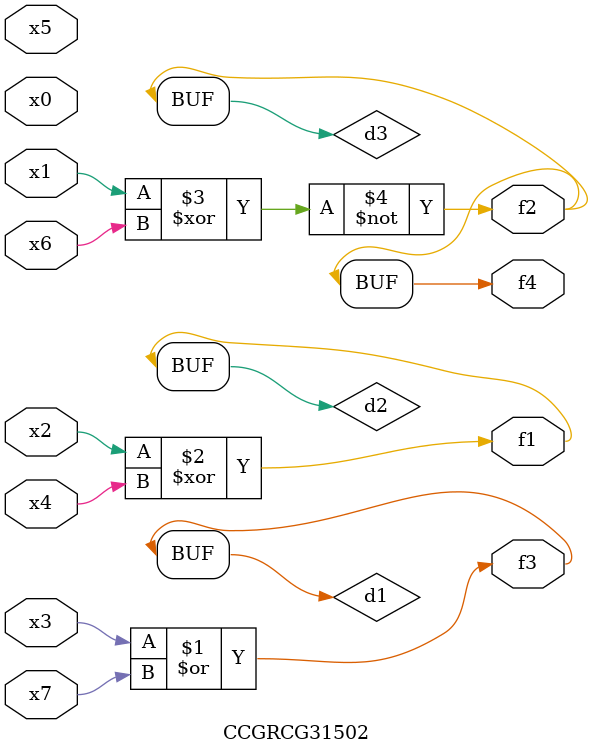
<source format=v>
module CCGRCG31502(
	input x0, x1, x2, x3, x4, x5, x6, x7,
	output f1, f2, f3, f4
);

	wire d1, d2, d3;

	or (d1, x3, x7);
	xor (d2, x2, x4);
	xnor (d3, x1, x6);
	assign f1 = d2;
	assign f2 = d3;
	assign f3 = d1;
	assign f4 = d3;
endmodule

</source>
